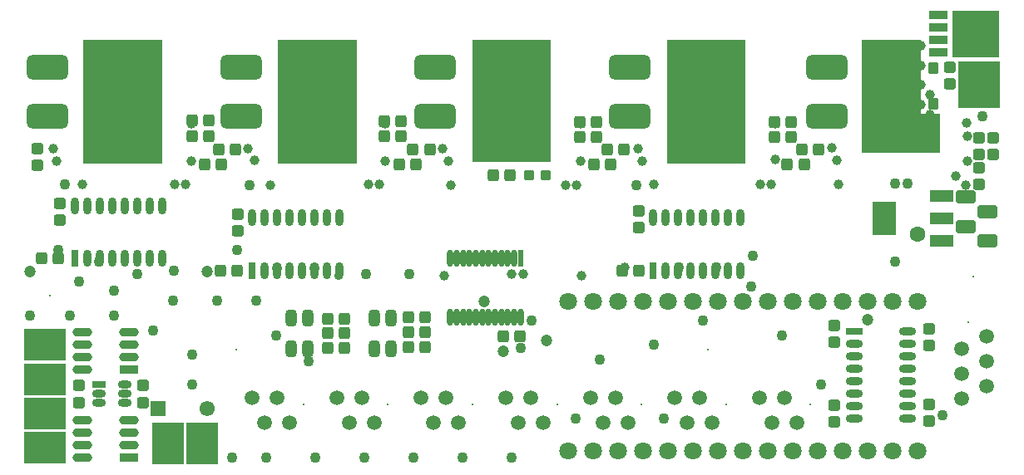
<source format=gts>
G04 Layer_Color=8388736*
%FSLAX24Y24*%
%MOIN*%
G70*
G01*
G75*
G04:AMPARAMS|DCode=53|XSize=165.5mil|YSize=102.5mil|CornerRadius=27.6mil|HoleSize=0mil|Usage=FLASHONLY|Rotation=180.000|XOffset=0mil|YOffset=0mil|HoleType=Round|Shape=RoundedRectangle|*
%AMROUNDEDRECTD53*
21,1,0.1655,0.0472,0,0,180.0*
21,1,0.1102,0.1025,0,0,180.0*
1,1,0.0552,-0.0551,0.0236*
1,1,0.0552,0.0551,0.0236*
1,1,0.0552,0.0551,-0.0236*
1,1,0.0552,-0.0551,-0.0236*
%
%ADD53ROUNDEDRECTD53*%
G04:AMPARAMS|DCode=54|XSize=47.4mil|YSize=43.4mil|CornerRadius=8.4mil|HoleSize=0mil|Usage=FLASHONLY|Rotation=0.000|XOffset=0mil|YOffset=0mil|HoleType=Round|Shape=RoundedRectangle|*
%AMROUNDEDRECTD54*
21,1,0.0474,0.0266,0,0,0.0*
21,1,0.0305,0.0434,0,0,0.0*
1,1,0.0169,0.0153,-0.0133*
1,1,0.0169,-0.0153,-0.0133*
1,1,0.0169,-0.0153,0.0133*
1,1,0.0169,0.0153,0.0133*
%
%ADD54ROUNDEDRECTD54*%
%ADD55O,0.0552X0.0316*%
%ADD56R,0.0552X0.0316*%
%ADD57R,0.0781X0.0363*%
%ADD58O,0.0781X0.0363*%
G04:AMPARAMS|DCode=59|XSize=47.4mil|YSize=43.4mil|CornerRadius=8.4mil|HoleSize=0mil|Usage=FLASHONLY|Rotation=90.000|XOffset=0mil|YOffset=0mil|HoleType=Round|Shape=RoundedRectangle|*
%AMROUNDEDRECTD59*
21,1,0.0474,0.0266,0,0,90.0*
21,1,0.0305,0.0434,0,0,90.0*
1,1,0.0169,0.0133,0.0153*
1,1,0.0169,0.0133,-0.0153*
1,1,0.0169,-0.0133,-0.0153*
1,1,0.0169,-0.0133,0.0153*
%
%ADD59ROUNDEDRECTD59*%
%ADD60R,0.1655X0.1261*%
G04:AMPARAMS|DCode=61|XSize=78.9mil|YSize=53.3mil|CornerRadius=9.7mil|HoleSize=0mil|Usage=FLASHONLY|Rotation=0.000|XOffset=0mil|YOffset=0mil|HoleType=Round|Shape=RoundedRectangle|*
%AMROUNDEDRECTD61*
21,1,0.0789,0.0340,0,0,0.0*
21,1,0.0595,0.0533,0,0,0.0*
1,1,0.0193,0.0298,-0.0170*
1,1,0.0193,-0.0298,-0.0170*
1,1,0.0193,-0.0298,0.0170*
1,1,0.0193,0.0298,0.0170*
%
%ADD61ROUNDEDRECTD61*%
G04:AMPARAMS|DCode=62|XSize=39.5mil|YSize=47.4mil|CornerRadius=7.9mil|HoleSize=0mil|Usage=FLASHONLY|Rotation=180.000|XOffset=0mil|YOffset=0mil|HoleType=Round|Shape=RoundedRectangle|*
%AMROUNDEDRECTD62*
21,1,0.0395,0.0315,0,0,180.0*
21,1,0.0236,0.0474,0,0,180.0*
1,1,0.0159,-0.0118,0.0157*
1,1,0.0159,0.0118,0.0157*
1,1,0.0159,0.0118,-0.0157*
1,1,0.0159,-0.0118,-0.0157*
%
%ADD62ROUNDEDRECTD62*%
%ADD63R,0.1655X0.1891*%
G04:AMPARAMS|DCode=64|XSize=67.1mil|YSize=43.4mil|CornerRadius=12.9mil|HoleSize=0mil|Usage=FLASHONLY|Rotation=270.000|XOffset=0mil|YOffset=0mil|HoleType=Round|Shape=RoundedRectangle|*
%AMROUNDEDRECTD64*
21,1,0.0671,0.0177,0,0,270.0*
21,1,0.0413,0.0434,0,0,270.0*
1,1,0.0257,-0.0089,-0.0207*
1,1,0.0257,-0.0089,0.0207*
1,1,0.0257,0.0089,0.0207*
1,1,0.0257,0.0089,-0.0207*
%
%ADD64ROUNDEDRECTD64*%
G04:AMPARAMS|DCode=65|XSize=39.5mil|YSize=39.5mil|CornerRadius=7.9mil|HoleSize=0mil|Usage=FLASHONLY|Rotation=180.000|XOffset=0mil|YOffset=0mil|HoleType=Round|Shape=RoundedRectangle|*
%AMROUNDEDRECTD65*
21,1,0.0395,0.0236,0,0,180.0*
21,1,0.0236,0.0395,0,0,180.0*
1,1,0.0159,-0.0118,0.0118*
1,1,0.0159,0.0118,0.0118*
1,1,0.0159,0.0118,-0.0118*
1,1,0.0159,-0.0118,-0.0118*
%
%ADD65ROUNDEDRECTD65*%
%ADD66R,0.1261X0.1655*%
%ADD67R,0.1900X0.1860*%
%ADD68R,0.0730X0.0320*%
%ADD69O,0.0690X0.0316*%
%ADD70R,0.0690X0.0316*%
%ADD71O,0.0237X0.0671*%
%ADD72R,0.0237X0.0671*%
%ADD73R,0.0926X0.0474*%
%ADD74R,0.0926X0.1360*%
%ADD75O,0.0316X0.0690*%
%ADD76R,0.0316X0.0690*%
%ADD77C,0.0710*%
%ADD78C,0.0080*%
%ADD79C,0.0080*%
%ADD80C,0.0592*%
%ADD81R,0.0612X0.0612*%
%ADD82C,0.0612*%
%ADD83C,0.0434*%
%ADD84C,0.0474*%
%ADD85C,0.0395*%
%ADD86C,0.0356*%
%ADD87C,0.0631*%
G36*
X13465Y12205D02*
X10315D01*
Y17165D01*
X13465D01*
Y12205D01*
D02*
G37*
G36*
X5669D02*
X2520D01*
Y17165D01*
X5669D01*
Y12205D01*
D02*
G37*
G36*
X29055D02*
X25906D01*
Y17165D01*
X29055D01*
Y12205D01*
D02*
G37*
G36*
X36063Y17165D02*
Y14213D01*
X36850Y14213D01*
Y12638D01*
X33701D01*
Y17165D01*
X36063Y17165D01*
D02*
G37*
G36*
X21260Y12283D02*
X18110D01*
Y17165D01*
X21260D01*
Y12283D01*
D02*
G37*
D53*
X32323Y14094D02*
D03*
Y16063D02*
D03*
X16614Y14094D02*
D03*
Y16063D02*
D03*
X8858Y14094D02*
D03*
Y16063D02*
D03*
X1063Y14094D02*
D03*
Y16063D02*
D03*
X24409Y14094D02*
D03*
Y16063D02*
D03*
D54*
X4921Y3287D02*
D03*
Y2618D02*
D03*
X2362Y3287D02*
D03*
Y2618D02*
D03*
X36417Y2539D02*
D03*
Y1870D02*
D03*
Y5571D02*
D03*
Y4902D02*
D03*
X32598Y1831D02*
D03*
Y2500D02*
D03*
X32598Y5689D02*
D03*
Y5020D02*
D03*
X38976Y13248D02*
D03*
Y12579D02*
D03*
X24764Y10295D02*
D03*
Y9626D02*
D03*
X8701Y10177D02*
D03*
Y9508D02*
D03*
X1575Y10610D02*
D03*
Y9941D02*
D03*
X37244Y15413D02*
D03*
Y16083D02*
D03*
X38425Y11358D02*
D03*
Y12028D02*
D03*
X38425Y12579D02*
D03*
Y13248D02*
D03*
X669Y12146D02*
D03*
Y12815D02*
D03*
D55*
X4181Y2598D02*
D03*
Y2972D02*
D03*
Y3346D02*
D03*
X3150Y2598D02*
D03*
Y2972D02*
D03*
D56*
Y3346D02*
D03*
D57*
X4331Y3937D02*
D03*
Y394D02*
D03*
D58*
Y4437D02*
D03*
Y4937D02*
D03*
Y5437D02*
D03*
X2488Y3937D02*
D03*
Y4437D02*
D03*
Y4937D02*
D03*
Y5437D02*
D03*
X4331Y894D02*
D03*
Y1394D02*
D03*
Y1894D02*
D03*
X2488Y394D02*
D03*
Y894D02*
D03*
Y1394D02*
D03*
Y1894D02*
D03*
D59*
X15256Y13898D02*
D03*
X14587D02*
D03*
X20020Y5276D02*
D03*
X19350D02*
D03*
X30886Y13858D02*
D03*
X30217D02*
D03*
X23091D02*
D03*
X22421D02*
D03*
X7539Y13937D02*
D03*
X6870D02*
D03*
X24114Y7913D02*
D03*
X24783D02*
D03*
X8012D02*
D03*
X8681D02*
D03*
X846Y8386D02*
D03*
X1516D02*
D03*
X12303Y4803D02*
D03*
X12972D02*
D03*
X12303Y5984D02*
D03*
X12972D02*
D03*
X12303Y5394D02*
D03*
X12972D02*
D03*
X15532Y4843D02*
D03*
X16201D02*
D03*
X15532Y6024D02*
D03*
X16201D02*
D03*
X15532Y5433D02*
D03*
X16201D02*
D03*
X19626Y11732D02*
D03*
X18957D02*
D03*
X31988Y12756D02*
D03*
X31319D02*
D03*
X24193D02*
D03*
X23524D02*
D03*
X31398Y12165D02*
D03*
X30728D02*
D03*
X30886Y13268D02*
D03*
X30217D02*
D03*
X16398Y12756D02*
D03*
X15728D02*
D03*
X23642Y12165D02*
D03*
X22972D02*
D03*
X23091Y13268D02*
D03*
X22421D02*
D03*
X8602Y12756D02*
D03*
X7933D02*
D03*
X15846Y12165D02*
D03*
X15177D02*
D03*
X15256Y13307D02*
D03*
X14587D02*
D03*
X8051Y12165D02*
D03*
X7382D02*
D03*
X7539Y13307D02*
D03*
X6870D02*
D03*
D60*
X984Y2165D02*
D03*
Y4921D02*
D03*
Y3543D02*
D03*
Y787D02*
D03*
D61*
X37874Y9685D02*
D03*
Y10866D02*
D03*
X38740Y9094D02*
D03*
Y10276D02*
D03*
D62*
X36575Y16043D02*
D03*
Y14587D02*
D03*
D63*
X38425Y15354D02*
D03*
D64*
X14193Y6004D02*
D03*
X14862D02*
D03*
X14193Y4783D02*
D03*
X14862D02*
D03*
X10846Y6004D02*
D03*
X11516D02*
D03*
X10846Y4783D02*
D03*
X11516D02*
D03*
D65*
X21043Y11732D02*
D03*
X20374D02*
D03*
D66*
X7283Y984D02*
D03*
X5906D02*
D03*
D67*
X38295Y17402D02*
D03*
D68*
X36791Y18152D02*
D03*
Y17152D02*
D03*
Y17652D02*
D03*
Y16652D02*
D03*
D69*
X35551Y1972D02*
D03*
Y2472D02*
D03*
Y2972D02*
D03*
Y3472D02*
D03*
Y3972D02*
D03*
Y4472D02*
D03*
Y4972D02*
D03*
Y5472D02*
D03*
X33425Y1972D02*
D03*
Y2472D02*
D03*
Y2972D02*
D03*
Y3472D02*
D03*
Y3972D02*
D03*
Y4472D02*
D03*
Y4972D02*
D03*
D70*
Y5472D02*
D03*
D71*
X19783Y6024D02*
D03*
X20039D02*
D03*
X19528D02*
D03*
X19272D02*
D03*
X19016D02*
D03*
X19783Y8386D02*
D03*
X19528D02*
D03*
X19272D02*
D03*
X18248Y6024D02*
D03*
X17992D02*
D03*
X18760D02*
D03*
X18504D02*
D03*
X17736D02*
D03*
X17480D02*
D03*
X17224D02*
D03*
X18504Y8386D02*
D03*
X18248D02*
D03*
X19016D02*
D03*
X18760D02*
D03*
X17480D02*
D03*
X17224D02*
D03*
X17992D02*
D03*
X17736D02*
D03*
D72*
X20039D02*
D03*
D73*
X36900Y9094D02*
D03*
Y10000D02*
D03*
Y10906D02*
D03*
D74*
X34596Y10000D02*
D03*
D75*
X28354Y7913D02*
D03*
X28854D02*
D03*
X27854D02*
D03*
X27354D02*
D03*
X28854Y10039D02*
D03*
X28354D02*
D03*
X27854D02*
D03*
X25854Y7913D02*
D03*
X26854D02*
D03*
X26354D02*
D03*
Y10039D02*
D03*
X27354D02*
D03*
X26854D02*
D03*
X25854D02*
D03*
X25354D02*
D03*
X12291Y7913D02*
D03*
X12791D02*
D03*
X11791D02*
D03*
X11291D02*
D03*
X12791Y10039D02*
D03*
X12291D02*
D03*
X11791D02*
D03*
X9791Y7913D02*
D03*
X10791D02*
D03*
X10291D02*
D03*
Y10039D02*
D03*
X11291D02*
D03*
X10791D02*
D03*
X9791D02*
D03*
X9291D02*
D03*
X5165Y8386D02*
D03*
X5665D02*
D03*
X4665D02*
D03*
X4165D02*
D03*
X5665Y10512D02*
D03*
X5165D02*
D03*
X4665D02*
D03*
X2665Y8386D02*
D03*
X3665D02*
D03*
X3165D02*
D03*
Y10512D02*
D03*
X4165D02*
D03*
X3665D02*
D03*
X2665D02*
D03*
X2165D02*
D03*
D76*
X25354Y7913D02*
D03*
X9291Y7913D02*
D03*
X2165Y8386D02*
D03*
D77*
X35937Y661D02*
D03*
X34937D02*
D03*
X33937D02*
D03*
X32937D02*
D03*
X31937D02*
D03*
X30937D02*
D03*
X29937D02*
D03*
X28937D02*
D03*
X27937D02*
D03*
X26937D02*
D03*
X25937D02*
D03*
X24937D02*
D03*
X23937D02*
D03*
X22937D02*
D03*
X21937D02*
D03*
Y6661D02*
D03*
X22937D02*
D03*
X23937D02*
D03*
X24937D02*
D03*
X25937D02*
D03*
X26937D02*
D03*
X27937D02*
D03*
X28937D02*
D03*
X29937D02*
D03*
X30937D02*
D03*
X31937D02*
D03*
X32937D02*
D03*
X33937D02*
D03*
X34937D02*
D03*
X35937D02*
D03*
D78*
X8661Y4724D02*
D03*
X27559D02*
D03*
X38189Y7677D02*
D03*
X1181Y6890D02*
D03*
D79*
X11339Y2520D02*
D03*
X14724D02*
D03*
X18110D02*
D03*
X24882D02*
D03*
X37992Y5827D02*
D03*
X28268Y2520D02*
D03*
X31654D02*
D03*
X21496D02*
D03*
D80*
X9287Y2811D02*
D03*
X9787Y1811D02*
D03*
X10287Y2811D02*
D03*
X10787Y1811D02*
D03*
X12673Y2811D02*
D03*
X13173Y1811D02*
D03*
X13673Y2811D02*
D03*
X14173Y1811D02*
D03*
X16059Y2811D02*
D03*
X16559Y1811D02*
D03*
X17059Y2811D02*
D03*
X17559Y1811D02*
D03*
X22831Y2811D02*
D03*
X23331Y1811D02*
D03*
X23831Y2811D02*
D03*
X24331Y1811D02*
D03*
X38701Y5276D02*
D03*
X37701Y4776D02*
D03*
X38701Y4276D02*
D03*
X37701Y3776D02*
D03*
X38701Y3276D02*
D03*
X37701Y2776D02*
D03*
X26217Y2811D02*
D03*
X26717Y1811D02*
D03*
X27217Y2811D02*
D03*
X27717Y1811D02*
D03*
X29602Y2811D02*
D03*
X30102Y1811D02*
D03*
X30602Y2811D02*
D03*
X31102Y1811D02*
D03*
X19445Y2811D02*
D03*
X19945Y1811D02*
D03*
X20445Y2811D02*
D03*
X20945Y1811D02*
D03*
D81*
X5512Y2362D02*
D03*
D82*
X7480Y2362D02*
D03*
D83*
X29331Y8504D02*
D03*
X29291Y7283D02*
D03*
X6142Y7913D02*
D03*
X4685Y7756D02*
D03*
X36929Y2087D02*
D03*
X15591Y7756D02*
D03*
X13858D02*
D03*
X20472Y5906D02*
D03*
X35039Y8268D02*
D03*
X32087Y3346D02*
D03*
X25787Y1969D02*
D03*
X25394Y4921D02*
D03*
X27362Y5906D02*
D03*
X23228Y4331D02*
D03*
X22244Y1969D02*
D03*
X19685Y394D02*
D03*
X17717D02*
D03*
X15748D02*
D03*
X10236Y5315D02*
D03*
X9449Y6693D02*
D03*
X7874D02*
D03*
X6102D02*
D03*
X3740Y7087D02*
D03*
X13780Y394D02*
D03*
X11811D02*
D03*
X9843D02*
D03*
X8465D02*
D03*
X6890Y3346D02*
D03*
Y4528D02*
D03*
X5315Y5512D02*
D03*
X3740Y6102D02*
D03*
X1969D02*
D03*
X2362Y7480D02*
D03*
X394Y6102D02*
D03*
X24744Y7874D02*
D03*
X20039Y4803D02*
D03*
X11535Y4252D02*
D03*
X14882Y4764D02*
D03*
X3150Y8268D02*
D03*
X8681Y8720D02*
D03*
X1516D02*
D03*
X38543Y14094D02*
D03*
X11791Y8012D02*
D03*
X10291Y8016D02*
D03*
X26378Y8031D02*
D03*
X27874D02*
D03*
X35030Y11388D02*
D03*
X35541D02*
D03*
X24685Y11339D02*
D03*
X9173Y11339D02*
D03*
X1772Y11378D02*
D03*
X30512Y5315D02*
D03*
D84*
X24961Y14331D02*
D03*
X24409D02*
D03*
X32323D02*
D03*
X32874D02*
D03*
X32323Y13858D02*
D03*
X31772Y14331D02*
D03*
Y13858D02*
D03*
X32874D02*
D03*
X24409D02*
D03*
X24961D02*
D03*
X23858D02*
D03*
Y14331D02*
D03*
X16614Y13858D02*
D03*
X16063Y14331D02*
D03*
Y13858D02*
D03*
X17165D02*
D03*
X8858D02*
D03*
X9409D02*
D03*
X8307Y14331D02*
D03*
Y13858D02*
D03*
X512Y14331D02*
D03*
Y13858D02*
D03*
X1063D02*
D03*
X1614D02*
D03*
X1063Y14331D02*
D03*
X1614D02*
D03*
X1575Y2559D02*
D03*
X18583Y6654D02*
D03*
X19331Y4685D02*
D03*
X21063Y5118D02*
D03*
X394Y7874D02*
D03*
X7480D02*
D03*
X33937Y5938D02*
D03*
X394Y3937D02*
D03*
Y3150D02*
D03*
X1575D02*
D03*
Y3937D02*
D03*
X984Y3543D02*
D03*
X394Y2559D02*
D03*
Y1772D02*
D03*
X1575D02*
D03*
X984Y2165D02*
D03*
X7677Y394D02*
D03*
X6890D02*
D03*
Y1575D02*
D03*
X7677D02*
D03*
X7283Y984D02*
D03*
X16614Y14331D02*
D03*
X17165D02*
D03*
X8858Y14331D02*
D03*
X9409Y14331D02*
D03*
D85*
X6848Y13817D02*
D03*
X24213Y8031D02*
D03*
X36063Y16142D02*
D03*
X5276Y14961D02*
D03*
X4488Y12598D02*
D03*
X35276Y14567D02*
D03*
X35669Y14961D02*
D03*
X35276Y15354D02*
D03*
X36063D02*
D03*
Y14567D02*
D03*
X36457Y14961D02*
D03*
X35669Y14173D02*
D03*
X34882D02*
D03*
Y14961D02*
D03*
X34488Y14567D02*
D03*
Y15354D02*
D03*
X34094Y14961D02*
D03*
Y14173D02*
D03*
X34488Y13780D02*
D03*
X35276D02*
D03*
X36063D02*
D03*
X36457Y14173D02*
D03*
X35669Y15748D02*
D03*
X34882D02*
D03*
X34094D02*
D03*
Y16535D02*
D03*
X34488Y16142D02*
D03*
Y16929D02*
D03*
X34882Y16535D02*
D03*
X35276Y16142D02*
D03*
Y16929D02*
D03*
X35669Y16535D02*
D03*
X36063Y16929D02*
D03*
X34094Y13386D02*
D03*
X34882D02*
D03*
X35669D02*
D03*
X36457D02*
D03*
X36063Y12992D02*
D03*
X35276D02*
D03*
X34488D02*
D03*
X27480Y14567D02*
D03*
X27874Y14961D02*
D03*
X27480Y15354D02*
D03*
X28268D02*
D03*
Y14567D02*
D03*
X28661Y14961D02*
D03*
X27874Y14173D02*
D03*
X27087D02*
D03*
Y14961D02*
D03*
X26693Y14567D02*
D03*
Y15354D02*
D03*
X26299Y14961D02*
D03*
Y14173D02*
D03*
X26693Y13780D02*
D03*
X27480D02*
D03*
X28268D02*
D03*
X28661Y14173D02*
D03*
Y15748D02*
D03*
X27874D02*
D03*
X27087D02*
D03*
X26299D02*
D03*
Y16535D02*
D03*
X26693Y16142D02*
D03*
Y16929D02*
D03*
X27087Y16535D02*
D03*
X27480Y16142D02*
D03*
Y16929D02*
D03*
X28268Y16142D02*
D03*
X27874Y16535D02*
D03*
X28268Y16929D02*
D03*
X28661Y16535D02*
D03*
X26299Y13386D02*
D03*
X27087D02*
D03*
X27874D02*
D03*
X28661D02*
D03*
X28268Y12992D02*
D03*
X27480D02*
D03*
X26693D02*
D03*
X26299Y12598D02*
D03*
X27087D02*
D03*
X27874D02*
D03*
X28661D02*
D03*
X19685Y14567D02*
D03*
X20079Y14961D02*
D03*
X19685Y15354D02*
D03*
X20472D02*
D03*
Y14567D02*
D03*
X20866Y14961D02*
D03*
X20079Y14173D02*
D03*
X19291D02*
D03*
Y14961D02*
D03*
X18898Y14567D02*
D03*
Y15354D02*
D03*
X18504Y14961D02*
D03*
Y14173D02*
D03*
X18898Y13780D02*
D03*
X19685D02*
D03*
X20472D02*
D03*
X20866Y14173D02*
D03*
Y15748D02*
D03*
X20079D02*
D03*
X19291D02*
D03*
X18504D02*
D03*
Y16535D02*
D03*
X18898Y16142D02*
D03*
Y16929D02*
D03*
X19291Y16535D02*
D03*
X19685Y16142D02*
D03*
Y16929D02*
D03*
X20472Y16142D02*
D03*
X20079Y16535D02*
D03*
X20472Y16929D02*
D03*
X20866Y16535D02*
D03*
X18504Y13386D02*
D03*
X19291D02*
D03*
X20079D02*
D03*
X20866D02*
D03*
X20472Y12992D02*
D03*
X19685D02*
D03*
X18898D02*
D03*
X18504Y12598D02*
D03*
X19291D02*
D03*
X20079D02*
D03*
X20866D02*
D03*
X11890Y14567D02*
D03*
X12283Y14961D02*
D03*
X11890Y15354D02*
D03*
X12677D02*
D03*
Y14567D02*
D03*
X13071Y14961D02*
D03*
X12283Y14173D02*
D03*
X11496D02*
D03*
Y14961D02*
D03*
X11102Y14567D02*
D03*
Y15354D02*
D03*
X10709Y14961D02*
D03*
Y14173D02*
D03*
X11102Y13780D02*
D03*
X11890D02*
D03*
X12677D02*
D03*
X13071Y14173D02*
D03*
Y15748D02*
D03*
X12283D02*
D03*
X11496D02*
D03*
X10709D02*
D03*
Y16535D02*
D03*
X11102Y16142D02*
D03*
Y16929D02*
D03*
X11496Y16535D02*
D03*
X11890Y16142D02*
D03*
Y16929D02*
D03*
X12677Y16142D02*
D03*
X12283Y16535D02*
D03*
X12677Y16929D02*
D03*
X13071Y16535D02*
D03*
X10709Y13386D02*
D03*
X11496D02*
D03*
X12283D02*
D03*
X13071D02*
D03*
X12677Y12992D02*
D03*
X11890D02*
D03*
X11102D02*
D03*
X10709Y12598D02*
D03*
X11496D02*
D03*
X12283D02*
D03*
X13071D02*
D03*
X5276D02*
D03*
X3701D02*
D03*
X2913D02*
D03*
X3307Y12992D02*
D03*
X4094D02*
D03*
X4882D02*
D03*
X5276Y13386D02*
D03*
X4488D02*
D03*
X3701D02*
D03*
X2913D02*
D03*
X5276Y16535D02*
D03*
X4882Y16929D02*
D03*
X4488Y16535D02*
D03*
X4882Y16142D02*
D03*
X4094Y16929D02*
D03*
Y16142D02*
D03*
X3701Y16535D02*
D03*
X3307Y16929D02*
D03*
Y16142D02*
D03*
X2913Y16535D02*
D03*
Y15748D02*
D03*
X3701D02*
D03*
X4488D02*
D03*
X5276D02*
D03*
Y14173D02*
D03*
X4882Y13780D02*
D03*
X4094D02*
D03*
X3307D02*
D03*
X2913Y14173D02*
D03*
Y14961D02*
D03*
X3307Y15354D02*
D03*
Y14567D02*
D03*
X3701Y14961D02*
D03*
Y14173D02*
D03*
X4488D02*
D03*
X4882Y14567D02*
D03*
Y15354D02*
D03*
X4094D02*
D03*
X4488Y14961D02*
D03*
X4094Y14567D02*
D03*
X22480Y7717D02*
D03*
X16968D02*
D03*
X20157Y7756D02*
D03*
X19685D02*
D03*
X37926Y13819D02*
D03*
X37935Y13307D02*
D03*
X13937Y11378D02*
D03*
X6181Y11378D02*
D03*
X6614D02*
D03*
X17132Y12317D02*
D03*
X17244Y11339D02*
D03*
X16911Y12817D02*
D03*
X21850Y11339D02*
D03*
X22283D02*
D03*
X29646Y11378D02*
D03*
X30079D02*
D03*
X32717Y12323D02*
D03*
X32795Y11378D02*
D03*
X9370Y12323D02*
D03*
X30234Y13817D02*
D03*
X32520Y12835D02*
D03*
X30246Y13317D02*
D03*
X30236Y12362D02*
D03*
X24746Y12817D02*
D03*
X24921Y12305D02*
D03*
X1457Y12305D02*
D03*
X22435Y12317D02*
D03*
X6841Y13317D02*
D03*
X9116Y12817D02*
D03*
X6856Y12317D02*
D03*
X1321Y12817D02*
D03*
X14608Y13817D02*
D03*
X14596Y13317D02*
D03*
X14600Y12317D02*
D03*
X22443Y13817D02*
D03*
X22431Y13317D02*
D03*
X37959Y12317D02*
D03*
X37874Y11339D02*
D03*
X37480Y11693D02*
D03*
X14370Y11378D02*
D03*
X25394D02*
D03*
X10000Y11339D02*
D03*
X2480Y11378D02*
D03*
D86*
X12756Y7717D02*
D03*
D87*
X35945Y9370D02*
D03*
M02*

</source>
